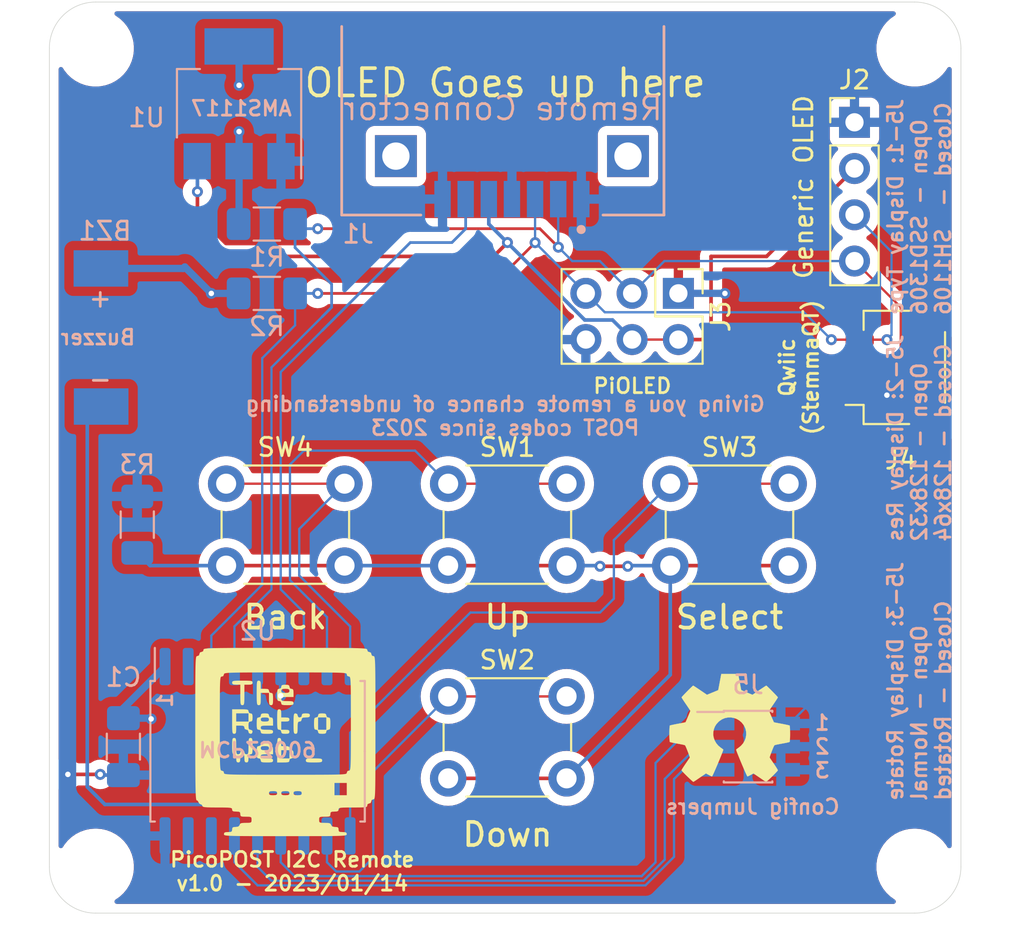
<source format=kicad_pcb>
(kicad_pcb (version 20211014) (generator pcbnew)
  (layers (0 "F.Cu" signal) (31 "B.Cu" signal) (34 "B.Paste" user) (35 "F.Paste" user) (36 "B.SilkS" user "B.Silkscreen") (37 "F.SilkS" user "F.Silkscreen") (38 "B.Mask" user) (39 "F.Mask" user) (44 "Edge.Cuts" user))
  (net 0 "")
  (net 1 "+3V3")
  (net 2 "Net-(BZ1-Pad2)")
  (net 3 "GND")
  (net 4 "/IRQ")
  (net 5 "+5V")
  (net 6 "/SCL")
  (net 7 "/SDA")
  (net 8 "Net-(R3-Pad2)")
  (net 9 "Net-(SW1-Pad1)")
  (net 10 "Net-(SW2-Pad1)")
  (net 11 "Net-(SW3-Pad1)")
  (net 12 "Net-(SW4-Pad1)")
  (net 13 "Net-(J5-Pad1)")
  (net 14 "Net-(J5-Pad3)")
  (net 15 "Net-(J5-Pad5)")
  (footprint "MountingHole:MountingHole_2.2mm_M2" (layer "F.Cu") (at 102.616 38.1)
    (fp_text reference "H3" (at 0 0.127) (layer "F.SilkS"))
    (fp_text value "MountingHole")
    (pad "" np_thru_hole circle (at 0 0) (size 2.2 2.2) (drill 2.2) (layers *.Cu *.Mask))
  )
  (footprint "Button_Switch_THT:SW_PUSH_6mm" (layer "F.Cu") (at 134.159 62.012)
    (fp_text reference "SW3" (at 3.25 -2) (layer "F.SilkS"))
    (fp_text value "Select")
    (pad "1" thru_hole circle (at 6.5 0 90) (size 2 2) (drill 1.1) (layers *.Cu *.Mask) (net 11 "Net-(SW3-Pad1)"))
    (pad "1" thru_hole circle (at 0 0 90) (size 2 2) (drill 1.1) (layers *.Cu *.Mask) (net 11 "Net-(SW3-Pad1)"))
    (pad "2" thru_hole circle (at 6.5 4.5 90) (size 2 2) (drill 1.1) (layers *.Cu *.Mask) (net 8 "Net-(R3-Pad2)"))
    (pad "2" thru_hole circle (at 0 4.5 90) (size 2 2) (drill 1.1) (layers *.Cu *.Mask) (net 8 "Net-(R3-Pad2)"))
  )
  (footprint "Button_Switch_THT:SW_PUSH_6mm" (layer "F.Cu") (at 121.967 73.696)
    (fp_text reference "SW2" (at 3.25 -2) (layer "F.SilkS"))
    (fp_text value "Down")
    (pad "1" thru_hole circle (at 0 0 90) (size 2 2) (drill 1.1) (layers *.Cu *.Mask) (net 10 "Net-(SW2-Pad1)"))
    (pad "1" thru_hole circle (at 6.5 0 90) (size 2 2) (drill 1.1) (layers *.Cu *.Mask) (net 10 "Net-(SW2-Pad1)"))
    (pad "2" thru_hole circle (at 6.5 4.5 90) (size 2 2) (drill 1.1) (layers *.Cu *.Mask) (net 8 "Net-(R3-Pad2)"))
    (pad "2" thru_hole circle (at 0 4.5 90) (size 2 2) (drill 1.1) (layers *.Cu *.Mask) (net 8 "Net-(R3-Pad2)"))
  )
  (footprint "MountingHole:MountingHole_2.2mm_M2" (layer "F.Cu") (at 102.616 83.058)
    (fp_text reference "H1" (at 0 0.127) (layer "F.SilkS"))
    (fp_text value "MountingHole")
    (pad "" np_thru_hole circle (at 0 0) (size 2.2 2.2) (drill 2.2) (layers *.Cu *.Mask))
  )
  (footprint "Connector_JST:JST_SH_SM04B-SRSS-TB_1x04-1MP_P1.00mm_Horizontal" (layer "F.Cu") (at 146.558 55.626 90)
    (fp_text reference "J4" (at -5.08 0.254 180) (layer "F.SilkS"))
    (fp_text value "Qwiic/STEMMA QT")
    (pad "1" smd roundrect (at -1.5 -2 90) (size 0.6 1.55) (layers "F.Cu" "F.Paste" "F.Mask") (net 3 "GND"))
    (pad "2" smd roundrect (at -0.5 -2 90) (size 0.6 1.55) (layers "F.Cu" "F.Paste" "F.Mask") (net 1 "+3V3"))
    (pad "3" smd roundrect (at 0.5 -2 90) (size 0.6 1.55) (layers "F.Cu" "F.Paste" "F.Mask") (net 7 "/SDA"))
    (pad "4" smd roundrect (at 1.5 -2 90) (size 0.6 1.55) (layers "F.Cu" "F.Paste" "F.Mask") (net 6 "/SCL"))
    (pad "MP" smd roundrect (at 2.8 1.875 90) (size 1.2 1.8) (layers "F.Cu" "F.Paste" "F.Mask") (roundrect_rratio 0.208333))
    (pad "MP" smd roundrect (at -2.8 1.875 90) (size 1.2 1.8) (layers "F.Cu" "F.Paste" "F.Mask") (roundrect_rratio 0.208333))
  )
  (footprint "Symbol:OSHW-Symbol_6.7x6mm_SilkScreen" (layer "F.Cu") (at 137.414 75.438)
    (fp_text reference "REF**" hide)
    (fp_text value "OSHW-Symbol_6.7x6mm_SilkScreen" hide)
  )
  (footprint "MountingHole:MountingHole_2.2mm_M2" (layer "F.Cu") (at 147.574 83.058)
    (fp_text reference "H2" (at 0 0) (layer "F.SilkS"))
    (fp_text value "MountingHole")
    (pad "" np_thru_hole circle (at 0 0) (size 2.2 2.2) (drill 2.2) (layers *.Cu *.Mask))
  )
  (footprint "Button_Switch_THT:SW_PUSH_6mm" (layer "F.Cu") (at 109.78 62.012)
    (fp_text reference "SW4" (at 3.25 -2) (layer "F.SilkS"))
    (fp_text value "Back")
    (pad "1" thru_hole circle (at 0 0 90) (size 2 2) (drill 1.1) (layers *.Cu *.Mask) (net 12 "Net-(SW4-Pad1)"))
    (pad "1" thru_hole circle (at 6.5 0 90) (size 2 2) (drill 1.1) (layers *.Cu *.Mask) (net 12 "Net-(SW4-Pad1)"))
    (pad "2" thru_hole circle (at 0 4.5 90) (size 2 2) (drill 1.1) (layers *.Cu *.Mask) (net 8 "Net-(R3-Pad2)"))
    (pad "2" thru_hole circle (at 6.5 4.5 90) (size 2 2) (drill 1.1) (layers *.Cu *.Mask) (net 8 "Net-(R3-Pad2)"))
  )
  (footprint "Button_Switch_THT:SW_PUSH_6mm" (layer "F.Cu") (at 121.967 62.012)
    (fp_text reference "SW1" (at 3.25 -2) (layer "F.SilkS"))
    (fp_text value "Up")
    (pad "1" thru_hole circle (at 0 0 90) (size 2 2) (drill 1.1) (layers *.Cu *.Mask) (net 9 "Net-(SW1-Pad1)"))
    (pad "1" thru_hole circle (at 6.5 0 90) (size 2 2) (drill 1.1) (layers *.Cu *.Mask) (net 9 "Net-(SW1-Pad1)"))
    (pad "2" thru_hole circle (at 6.5 4.5 90) (size 2 2) (drill 1.1) (layers *.Cu *.Mask) (net 8 "Net-(R3-Pad2)"))
    (pad "2" thru_hole circle (at 0 4.5 90) (size 2 2) (drill 1.1) (layers *.Cu *.Mask) (net 8 "Net-(R3-Pad2)"))
  )
  (footprint "Connector_PinHeader_2.54mm:PinHeader_2x03_P2.54mm_Vertical" (layer "F.Cu") (at 134.605 51.557 -90)
    (fp_text reference "J3" (at 1.27 -2.33 -90) (layer "F.SilkS"))
    (fp_text value "PiOLED Connector")
    (pad "1" thru_hole rect (at 0 0 270) (size 1.7 1.7) (drill 1) (layers *.Cu *.Mask) (net 1 "+3V3"))
    (pad "2" thru_hole oval (at 2.54 0 270) (size 1.7 1.7) (drill 1) (layers *.Cu *.Mask) (net 5 "+5V"))
    (pad "3" thru_hole oval (at 0 2.54 270) (size 1.7 1.7) (drill 1) (layers *.Cu *.Mask) (net 7 "/SDA"))
    (pad "4" thru_hole oval (at 2.54 2.54 270) (size 1.7 1.7) (drill 1) (layers *.Cu *.Mask) (net 5 "+5V"))
    (pad "5" thru_hole oval (at 0 5.08 270) (size 1.7 1.7) (drill 1) (layers *.Cu *.Mask) (net 6 "/SCL"))
    (pad "6" thru_hole oval (at 2.54 5.08 270) (size 1.7 1.7) (drill 1) (layers *.Cu *.Mask) (net 3 "GND"))
  )
  (footprint "MountingHole:MountingHole_2.2mm_M2" (layer "F.Cu") (at 147.574 38.1)
    (fp_text reference "H4" (at 0 0) (layer "F.SilkS"))
    (fp_text value "MountingHole")
    (pad "" np_thru_hole circle (at 0 0) (size 2.2 2.2) (drill 2.2) (layers *.Cu *.Mask))
  )
  (footprint "Connector_PinHeader_2.54mm:PinHeader_1x04_P2.54mm_Vertical" (layer "F.Cu") (at 144.272 42.164)
    (fp_text reference "J2" (at 0 -2.33) (layer "F.SilkS"))
    (fp_text value "Generic Connector")
    (pad "1" thru_hole rect (at 0 0) (size 1.7 1.7) (drill 1) (layers *.Cu *.Mask) (net 3 "GND"))
    (pad "2" thru_hole oval (at 0 2.54) (size 1.7 1.7) (drill 1) (layers *.Cu *.Mask) (net 5 "+5V"))
    (pad "3" thru_hole oval (at 0 5.08) (size 1.7 1.7) (drill 1) (layers *.Cu *.Mask) (net 6 "/SCL"))
    (pad "4" thru_hole oval (at 0 7.62) (size 1.7 1.7) (drill 1) (layers *.Cu *.Mask) (net 7 "/SDA"))
  )
  (footprint "modified ICs:TRW_logo" (layer "F.Cu") (at 113.03 76.2)
    (fp_text reference "G***" (at -3.683 0.762 90) (layer "F.SilkS") (effects (font (size 1.524 1.524) (thickness 0.3))))
    (fp_text value "LOGO" hide)
  )
  (footprint "Package_TO_SOT_SMD:SOT-223-3_TabPin2" (layer "B.Cu") (at 110.49 41.148 90)
    (fp_text reference "U1" (at -0.762 -5.08 180) (layer "B.SilkS") (effects (justify mirror)))
    (fp_text value "AMS1117-3.3")
    (pad "1" smd rect (at -3.15 2.3 90) (size 2 1.5) (layers "B.Cu" "B.Paste" "B.Mask") (net 3 "GND"))
    (pad "2" smd rect (at -3.15 0 90) (size 2 1.5) (layers "B.Cu" "B.Paste" "B.Mask") (net 1 "+3V3"))
    (pad "2" smd rect (at 3.15 0 90) (size 2 3.8) (layers "B.Cu" "B.Paste" "B.Mask") (net 1 "+3V3"))
    (pad "3" smd rect (at -3.15 -2.3 90) (size 2 1.5) (layers "B.Cu" "B.Paste" "B.Mask") (net 5 "+5V"))
  )
  (footprint "Resistor_SMD:R_1206_3216Metric_Pad1.30x1.75mm_HandSolder" (layer "B.Cu") (at 104.902 64.262 -90)
    (fp_text reference "R3" (at -3.302 0 180) (layer "B.SilkS") (effects (justify mirror)))
    (fp_text value "1000")
    (pad "1" smd roundrect (at -1.55 0 270) (size 1.3 1.75) (layers "B.Cu" "B.Paste" "B.Mask") (roundrect_rratio 0.192308) (net 3 "GND"))
    (pad "2" smd roundrect (at 1.55 0 270) (size 1.3 1.75) (layers "B.Cu" "B.Paste" "B.Mask") (roundrect_rratio 0.192308) (net 8 "Net-(R3-Pad2)"))
  )
  (footprint "Connector_PinSocket_1.27mm:PinSocket_2x03_P1.27mm_Vertical_SMD" (layer "B.Cu") (at 138.43 76.454 180)
    (fp_text reference "J5" (at 0 3.405) (layer "B.SilkS") (effects (justify mirror)))
    (fp_text value "Config Jumpers")
    (pad "1" smd rect (at 1.8 1.27 180) (size 2.1 0.75) (layers "B.Cu" "B.Paste" "B.Mask") (net 13 "Net-(J5-Pad1)"))
    (pad "2" smd rect (at -1.8 1.27 180) (size 2.1 0.75) (layers "B.Cu" "B.Paste" "B.Mask") (net 3 "GND"))
    (pad "3" smd rect (at 1.8 0 180) (size 2.1 0.75) (layers "B.Cu" "B.Paste" "B.Mask") (net 14 "Net-(J5-Pad3)"))
    (pad "4" smd rect (at -1.8 0 180) (size 2.1 0.75) (layers "B.Cu" "B.Paste" "B.Mask") (net 3 "GND"))
    (pad "5" smd rect (at 1.8 -1.27 180) (size 2.1 0.75) (layers "B.Cu" "B.Paste" "B.Mask") (net 15 "Net-(J5-Pad5)"))
    (pad "6" smd rect (at -1.8 -1.27 180) (size 2.1 0.75) (layers "B.Cu" "B.Paste" "B.Mask") (net 3 "GND"))
  )
  (footprint "Capacitor_SMD:C_1206_3216Metric_Pad1.33x1.80mm_HandSolder" (layer "B.Cu") (at 104.14 76.454 -90)
    (fp_text reference "C1" (at -3.81 0 180) (layer "B.SilkS") (effects (justify mirror)))
    (fp_text value "100n")
    (pad "1" smd roundrect (at -1.5625 0 270) (size 1.325 1.8) (layers "B.Cu" "B.Paste" "B.Mask") (roundrect_rratio 0.188679) (net 1 "+3V3"))
    (pad "2" smd roundrect (at 1.5625 0 270) (size 1.325 1.8) (layers "B.Cu" "B.Paste" "B.Mask") (roundrect_rratio 0.188679) (net 3 "GND"))
  )
  (footprint "modified ICs:7.6mm side mount buzzer" (layer "B.Cu") (at 98.9439 55.52455 180)
    (fp_text reference "BZ1" (at -4.1801 7.39155) (layer "B.SilkS") (effects (justify mirror)))
    (fp_text value "Buzzer")
    (fp_text user "+" (at -3.9261 3.70855 unlocked) (layer "B.SilkS") (effects (justify mirror)))
    (fp_text user "-" (at -3.9261 -0.73645 unlocked) (layer "B.SilkS") (effects (justify mirror)))
    (pad "1" smd rect (at -3.9624 5.334 180) (size 3 2) (layers "B.Cu" "B.Paste" "B.Mask") (net 1 "+3V3"))
    (pad "2" smd rect (at -3.975 -2.25 180) (size 3 2) (layers "B.Cu" "B.Paste" "B.Mask") (net 2 "Net-(BZ1-Pad2)"))
  )
  (footprint "Resistor_SMD:R_1206_3216Metric_Pad1.30x1.75mm_HandSolder" (layer "B.Cu") (at 112.014 51.562)
    (fp_text reference "R2" (at 0 1.82) (layer "B.SilkS") (effects (justify mirror)))
    (fp_text value "1000")
    (pad "1" smd roundrect (at -1.55 0) (size 1.3 1.75) (layers "B.Cu" "B.Paste" "B.Mask") (roundrect_rratio 0.192308) (net 1 "+3V3"))
    (pad "2" smd roundrect (at 1.55 0) (size 1.3 1.75) (layers "B.Cu" "B.Paste" "B.Mask") (roundrect_rratio 0.192308) (net 6 "/SCL"))
  )
  (footprint "Resistor_SMD:R_1206_3216Metric_Pad1.30x1.75mm_HandSolder" (layer "B.Cu") (at 112.014 47.752)
    (fp_text reference "R1" (at 0 1.82) (layer "B.SilkS") (effects (justify mirror)))
    (fp_text value "1000")
    (pad "1" smd roundrect (at -1.55 0) (size 1.3 1.75) (layers "B.Cu" "B.Paste" "B.Mask") (roundrect_rratio 0.192308) (net 1 "+3V3"))
    (pad "2" smd roundrect (at 1.55 0) (size 1.3 1.75) (layers "B.Cu" "B.Paste" "B.Mask") (roundrect_rratio 0.192308) (net 7 "/SDA"))
  )
  (footprint "eec:Molex-47080-4001-0-0-0" (layer "B.Cu") (at 124.968 41.402)
    (fp_text reference "J1" (at -8.9 6.9) (layer "B.SilkS") (effects (justify right mirror)))
    (fp_text value "Remote Connector" (at 0 0) (layer "B.SilkS") (effects (font (size 1.27 1.27)) (justify mirror)))
    (pad "1" smd rect (at 4.31 4.98) (size 0.9 2) (layers "B.Cu" "B.Paste" "B.Mask") (net 3 "GND"))
    (pad "2" smd rect (at 3.04 4.98) (size 0.9 2) (layers "B.Cu" "B.Paste" "B.Mask") (net 7 "/SDA"))
    (pad "3" smd rect (at 1.77 4.98) (size 0.9 2) (layers "B.Cu" "B.Paste" "B.Mask") (net 6 "/SCL"))
    (pad "4" smd rect (at 0.5 4.98) (size 0.9 2) (layers "B.Cu" "B.Paste" "B.Mask") (net 3 "GND"))
    (pad "5" smd rect (at -0.77 4.98) (size 0.9 2) (layers "B.Cu" "B.Paste" "B.Mask") (net 5 "+5V"))
    (pad "6" smd rect (at -2.04 4.98) (size 0.9 2) (layers "B.Cu" "B.Paste" "B.Mask") (net 4 "/IRQ"))
    (pad "7" smd rect (at -3.31 4.98) (size 0.9 2) (layers "B.Cu" "B.Paste" "B.Mask") (net 3 "GND"))
    (pad "8" thru_hole rect (at -5.87 2.62) (size 2.3 2.3) (drill 1.5) (layers *.Cu *.Mask))
    (pad "9" thru_hole rect (at 6.87 2.62) (size 2.3 2.3) (drill 1.5) (layers *.Cu *.Mask))
  )
  (footprint "Package_SO:SOIC-18W_7.5x11.6mm_P1.27mm" (layer "B.Cu") (at 111.506 76.708 -90)
    (fp_text reference "U2" (at -6.604 0 180) (layer "B.SilkS") (effects (justify mirror)))
    (fp_text value "MCP23009-SO")
    (pad "1" smd roundrect (at -4.65 5.08 270) (size 2.05 0.6) (layers "B.Cu" "B.Paste" "B.Mask") (net 1 "+3V3"))
    (pad "2" smd roundrect (at -4.65 3.81 270) (size 2.05 0.6) (layers "B.Cu" "B.Paste" "B.Mask"))
    (pad "3" smd roundrect (at -4.65 2.54 270) (size 2.05 0.6) (layers "B.Cu" "B.Paste" "B.Mask") (net 6 "/SCL"))
    (pad "4" smd roundrect (at -4.65 1.27 270) (size 2.05 0.6) (layers "B.Cu" "B.Paste" "B.Mask") (net 7 "/SDA"))
    (pad "5" smd roundrect (at -4.65 0 270) (size 2.05 0.6) (layers "B.Cu" "B.Paste" "B.Mask") (net 3 "GND"))
    (pad "6" smd roundrect (at -4.65 -1.27 270) (size 2.05 0.6) (layers "B.Cu" "B.Paste" "B.Mask") (net 1 "+3V3"))
    (pad "7" smd roundrect (at -4.65 -2.54 270) (size 2.05 0.6) (layers "B.Cu" "B.Paste" "B.Mask") (net 4 "/IRQ"))
    (pad "8" smd roundrect (at -4.65 -3.81 270) (size 2.05 0.6) (layers "B.Cu" "B.Paste" "B.Mask") (net 9 "Net-(SW1-Pad1)"))
    (pad "9" smd roundrect (at -4.65 -5.08 270) (size 2.05 0.6) (layers "B.Cu" "B.Paste" "B.Mask") (net 12 "Net-(SW4-Pad1)"))
    (pad "10" smd roundrect (at 4.65 -5.08 270) (size 2.05 0.6) (layers "B.Cu" "B.Paste" "B.Mask") (net 11 "Net-(SW3-Pad1)"))
    (pad "11" smd roundrect (at 4.65 -3.81 270) (size 2.05 0.6) (layers "B.Cu" "B.Paste" "B.Mask") (net 10 "Net-(SW2-Pad1)"))
    (pad "12" smd roundrect (at 4.65 -2.54 270) (size 2.05 0.6) (layers "B.Cu" "B.Paste" "B.Mask") (net 2 "Net-(BZ1-Pad2)"))
    (pad "13" smd roundrect (at 4.65 -1.27 270) (size 2.05 0.6) (layers "B.Cu" "B.Paste" "B.Mask") (net 13 "Net-(J5-Pad1)"))
    (pad "14" smd roundrect (at 4.65 0 270) (size 2.05 0.6) (layers "B.Cu" "B.Paste" "B.Mask") (net 14 "Net-(J5-Pad3)"))
    (pad "15" smd roundrect (at 4.65 1.27 270) (size 2.05 0.6) (layers "B.Cu" "B.Paste" "B.Mask") (net 15 "Net-(J5-Pad5)"))
    (pad "16" smd roundrect (at 4.65 2.54 270) (size 2.05 0.6) (layers "B.Cu" "B.Paste" "B.Mask"))
    (pad "17" smd roundrect (at 4.65 3.81 270) (size 2.05 0.6) (layers "B.Cu" "B.Paste" "B.Mask"))
    (pad "18" smd roundrect (at 4.65 5.08 270) (size 2.05 0.6) (layers "B.Cu" "B.Paste" "B.Mask") (net 3 "GND"))
  )
  (gr_line (start 150.114 38.1) (end 150.114 83.058) (layer "Edge.Cuts") (width 0.0381))
  (gr_line (start 100.076 83.058) (end 100.076 75.946) (layer "Edge.Cuts") (width 0.0381))
  (gr_line (start 100.076 75.946) (end 100.076 38.1) (layer "Edge.Cuts") (width 0.0381))
  (gr_arc (start 102.616 85.598) (mid 100.819949 84.854051) (end 100.076 83.058) (layer "Edge.Cuts") (width 0.0381))
  (gr_line (start 147.574 85.598) (end 102.616 85.598) (layer "Edge.Cuts") (width 0.0381))
  (gr_arc (start 100.076 38.1) (mid 100.819949 36.303949) (end 102.616 35.56) (layer "Edge.Cuts") (width 0.0381))
  (gr_line (start 102.616 35.56) (end 147.574 35.56) (layer "Edge.Cuts") (width 0.0381))
  (gr_arc (start 150.114 83.058) (mid 149.370051 84.854051) (end 147.574 85.598) (layer "Edge.Cuts") (width 0.0381))
  (gr_arc (start 147.574 35.56) (mid 149.370051 36.303949) (end 150.114 38.1) (layer "Edge.Cuts") (width 0.0381))
  (gr_text "J5-1: Display Type\nOpen - SSD1306\nClosed -  SH1106" (at 147.828 52.832 90) (layer "B.SilkS") (effects (font (size 0.8128 0.8128) (thickness 0.1524)) (justify right mirror)))
  (gr_text "AMS1117" (at 110.617 41.402) (layer "B.SilkS") (effects (font (size 0.8128 0.8128) (thickness 0.1524)) (justify mirror)))
  (gr_text "J5-3: Display Rotate\nOpen - Normal\nClosed - Rotated" (at 147.828 79.502 90) (layer "B.SilkS") (effects (font (size 0.8128 0.8128) (thickness 0.1524)) (justify right mirror)))
  (gr_text "J5-2: Display Res\nOpen - 128x32\nClosed - 128x64\n" (at 147.828 65.278 90) (layer "B.SilkS") (effects (font (size 0.8128 0.8128) (thickness 0.1524)) (justify right mirror)))
  (gr_text "Config Jumpers" (at 138.684 79.756) (layer "B.SilkS") (effects (font (size 0.8128 0.8128) (thickness 0.1524)) (justify mirror)))
  (gr_text "1\n2\n3" (at 142.494 76.454) (layer "B.SilkS") (effects (font (size 0.8128 0.8128) (thickness 0.1524)) (justify mirror)))
  (gr_text "Buzzer" (at 102.743 53.975) (layer "B.SilkS") (effects (font (size 0.8128 0.8128) (thickness 0.1524)) (justify mirror)))
  (gr_text "Giving you a remote chance of understanding\nPOST codes since 2023" (at 125.095 58.293) (layer "B.SilkS") (effects (font (size 0.8128 0.8128) (thickness 0.1524)) (justify mirror)))
  (gr_text "MCP23009" (at 111.506 76.581 180) (layer "B.SilkS") (effects (font (size 0.8128 0.8128) (thickness 0.1524)) (justify mirror)))
  (gr_text "1" (at 106.426 73.914 90) (layer "B.SilkS") (effects (font (size 0.8128 0.8128) (thickness 0.1524)) (justify mirror)))
  (gr_text "PiOLED" (at 132.08 56.642) (layer "F.SilkS") (effects (font (size 0.8128 0.8128) (thickness 0.1524))))
  (gr_text "OLED Goes up here" (at 125.095 40.005) (layer "F.SilkS") (effects (font (size 1.5 1.5) (thickness 0.2))))
  (gr_text "Generic OLED" (at 141.478 45.72 90) (layer "F.SilkS") (effects (font (size 1 1))))
  (gr_text "Back" (at 113.03 69.342) (layer "F.SilkS") (effects (font (size 1.27 1.27) (thickness 0.2))))
  (gr_text "PicoPOST I2C Remote\nv1.0 - 2023/01/14" (at 113.411 83.312) (layer "F.SilkS") (effects (font (size 0.8128 0.8128) (thickness 0.1524))))
  (gr_text "Up" (at 125.222 69.342) (layer "F.SilkS") (effects (font (size 1.27 1.27) (thickness 0.2))))
  (gr_text "Qwiic\n(StemmaQT)" (at 141.224 55.626 90) (layer "F.SilkS") (effects (font (size 0.8128 0.8128) (thickness 0.1524))))
  (gr_text "Select" (at 137.414 69.342) (layer "F.SilkS") (effects (font (size 1.27 1.27) (thickness 0.2))))
  (gr_text "Down" (at 125.222 81.28) (layer "F.SilkS") (effects (font (size 1.27 1.27) (thickness 0.2))))
  (segment (start 144.558 56.126) (end 144.55 56.134) (width 0.127) (layer "F.Cu") (net 1))
  (via (at 137.16 51.562) (size 0.6) (drill 0.3) (layers "F.Cu" "B.Cu") (net 1))
  (via (at 110.49 40.132) (size 0.6) (drill 0.3) (layers "F.Cu" "B.Cu") (net 1))
  (via (at 108.966 51.562) (size 0.6) (drill 0.3) (layers "F.Cu" "B.Cu") (net 1))
  (via (at 105.664 74.93) (size 0.6) (drill 0.3) (layers "F.Cu" "B.Cu") (net 1))
  (via (at 112.776 73.66) (size 0.6) (drill 0.3) (layers "F.Cu" "B.Cu") (net 1))
  (via (at 110.49 42.672) (size 0.6) (drill 0.3) (layers "F.Cu" "B.Cu") (net 1))
  (segment (start 104.14 74.8915) (end 104.14 74.344) (width 0.4) (layer "B.Cu") (net 1))
  (segment (start 105.664 74.93) (end 105.6255 74.8915) (width 0.4) (layer "B.Cu") (net 1))
  (segment (start 107.42865 50.19055) (end 102.1443 50.19055) (width 0.4) (layer "B.Cu") (net 1))
  (segment (start 110.49 44.298) (end 110.49 42.672) (width 0.4) (layer "B.Cu") (net 1))
  (segment (start 108.966 51.562) (end 107.5116 50.1076) (width 0.4) (layer "B.Cu") (net 1))
  (segment (start 107.5116 50.1076) (end 107.42865 50.19055) (width 0.4) (layer "B.Cu") (net 1))
  (segment (start 110.49 37.998) (end 110.49 40.132) (width 0.4) (layer "B.Cu") (net 1))
  (segment (start 134.605 51.557) (end 137.155 51.557) (width 0.4) (layer "B.Cu") (net 1))
  (segment (start 110.49 44.298) (end 110.49 47.726) (width 0.4) (layer "B.Cu") (net 1))
  (segment (start 104.14 74.8915) (end 105.6255 74.8915) (width 0.4) (layer "B.Cu") (net 1))
  (segment (start 137.16 51.562) (end 137.155 51.557) (width 0.4) (layer "B.Cu") (net 1))
  (segment (start 104.14 74.344) (end 106.426 72.058) (width 0.4) (layer "B.Cu") (net 1))
  (segment (start 112.776 72.058) (end 112.776 73.66) (width 0.2) (layer "B.Cu") (net 1))
  (segment (start 110.49 47.726) (end 110.464 47.752) (width 0.4) (layer "B.Cu") (net 1))
  (segment (start 110.464 51.562) (end 108.966 51.562) (width 0.4) (layer "B.Cu") (net 1))
  (segment (start 102.1569 78.6619) (end 102.1569 57.77455) (width 0.2) (layer "B.Cu") (net 2))
  (segment (start 114.046 80.391) (end 114.046 81.358) (width 0.2) (layer "B.Cu") (net 2))
  (segment (start 103.124 79.629) (end 102.1569 78.6619) (width 0.2) (layer "B.Cu") (net 2))
  (segment (start 103.124 79.629) (end 113.284 79.629) (width 0.2) (layer "B.Cu") (net 2))
  (segment (start 113.284 79.629) (end 114.046 80.391) (width 0.2) (layer "B.Cu") (net 2))
  (segment (start 144.558 57.126) (end 146.026 57.126) (width 0.4) (layer "F.Cu") (net 3))
  (segment (start 102.87 77.978) (end 101.092 77.978) (width 0.2) (layer "F.Cu") (net 3))
  (segment (start 146.05 57.15) (end 146.026 57.126) (width 0.4) (layer "F.Cu") (net 3))
  (via (at 101.092 77.978) (size 0.6) (drill 0.3) (layers "F.Cu" "B.Cu") (net 3))
  (via (at 102.87 77.978) (size 0.6) (drill 0.3) (layers "F.Cu" "B.Cu") (net 3))
  (via (at 146.05 57.15) (size 0.6) (drill 0.3) (layers "F.Cu" "B.Cu") (net 3))
  (segment (start 140.23 75.184) (end 140.23 76.454) (width 0.15) (layer "B.Cu") (net 3))
  (segment (start 143.002 72.898) (end 140.716 75.184) (width 0.127) (layer "B.Cu") (net 3))
  (segment (start 143.002 60.198) (end 143.002 72.898) (width 0.15) (layer "B.Cu") (net 3))
  (segment (start 102.9085 78.0165) (end 102.87 77.978) (width 0.2) (layer "B.Cu") (net 3))
  (segment (start 146.05 57.15) (end 143.002 60.198) (width 0.15) (layer "B.Cu") (net 3))
  (segment (start 104.14 78.0165) (end 102.9085 78.0165) (width 0.2) (layer "B.Cu") (net 3))
  (segment (start 140.23 77.724) (end 140.23 76.454) (width 0.15) (layer "B.Cu") (net 3))
  (segment (start 112.776 55.88) (end 115.062 53.594) (width 0.127) (layer "B.Cu") (net 4))
  (segment (start 119.888 48.768) (end 122.174 48.768) (width 0.15) (layer "B.Cu") (net 4))
  (segment (start 122.174 48.768) (end 122.928 48.014) (width 0.15) (layer "B.Cu") (net 4))
  (segment (start 112.776 67.818) (end 114.046 69.088) (width 0.127) (layer "B.Cu") (net 4))
  (segment (start 112.776 55.88) (end 112.776 67.818) (width 0.127) (layer "B.Cu") (net 4))
  (segment (start 115.062 53.594) (end 119.888 48.768) (width 0.15) (layer "B.Cu") (net 4))
  (segment (start 122.928 48.014) (end 122.928 46.382) (width 0.15) (layer "B.Cu") (net 4))
  (segment (start 114.046 69.088) (end 114.046 72.058) (width 0.127) (layer "B.Cu") (net 4))
  (segment (start 136.398 49.53) (end 136.398 53.594) (width 0.2) (layer "F.Cu") (net 5))
  (segment (start 108.204 48.26) (end 108.204 45.974) (width 0.2) (layer "F.Cu") (net 5))
  (segment (start 139.446 49.53) (end 144.272 44.704) (width 0.2) (layer "F.Cu") (net 5))
  (segment (start 132.065 54.097) (end 134.605 54.097) (width 0.127) (layer "F.Cu") (net 5))
  (segment (start 109.474 49.53) (end 108.204 48.26) (width 0.2) (layer "F.Cu") (net 5))
  (segment (start 109.474 49.53) (end 124.46 49.53) (width 0.2) (layer "F.Cu") (net 5))
  (segment (start 135.895 54.097) (end 134.605 54.097) (width 0.2) (layer "F.Cu") (net 5))
  (segment (start 136.398 53.594) (end 135.895 54.097) (width 0.2) (layer "F.Cu") (net 5))
  (segment (start 136.398 49.53) (end 139.446 49.53) (width 0.2) (layer "F.Cu") (net 5))
  (segment (start 124.46 49.53) (end 125.222 48.768) (width 0.2) (layer "F.Cu") (net 5))
  (via (at 108.204 45.974) (size 0.6) (drill 0.3) (layers "F.Cu" "B.Cu") (net 5))
  (via (at 125.222 48.768) (size 0.6) (drill 0.3) (layers "F.Cu" "B.Cu") (net 5))
  (segment (start 124.198 47.752418) (end 129.466071 53.020489) (width 0.2) (layer "B.Cu") (net 5))
  (segment (start 124.198 46.382) (end 124.198 47.752418) (width 0.2) (layer "B.Cu") (net 5))
  (segment (start 129.466071 53.020489) (end 130.988489 53.020489) (width 0.2) (layer "B.Cu") (net 5))
  (segment (start 108.204 44.312) (end 108.19 44.298) (width 0.2) (layer "B.Cu") (net 5))
  (segment (start 130.988489 53.020489) (end 132.065 54.097) (width 0.2) (layer "B.Cu") (net 5))
  (segment (start 108.204 45.974) (end 108.204 44.312) (width 0.2) (layer "B.Cu") (net 5))
  (segment (start 144.582 54.102) (end 144.558 54.126) (width 0.127) (layer "F.Cu") (net 6))
  (segment (start 126.741 48.773) (end 123.952 51.562) (width 0.15) (layer "F.Cu") (net 6))
  (segment (start 146.05 54.102) (end 144.582 54.102) (width 0.127) (layer "F.Cu") (net 6))
  (segment (start 123.952 51.562) (end 114.808 51.562) (width 0.15) (layer "F.Cu") (net 6))
  (segment (start 144.534 54.102) (end 144.558 54.126) (width 0.127) (layer "F.Cu") (net 6))
  (segment (start 143.002 54.102) (end 144.534 54.102) (width 0.127) (layer "F.Cu") (net 6))
  (via (at 114.808 51.562) (size 0.6) (drill 0.3) (layers "F.Cu" "B.Cu") (net 6))
  (via (at 126.741 48.773) (size 0.6) (drill 0.3) (layers "F.Cu" "B.Cu") (net 6))
  (via (at 143.002 54.102) (size 0.6) (drill 0.3) (layers "F.Cu" "B.Cu") (net 6))
  (via (at 146.05 54.102) (size 0.6) (drill 0.3) (layers "F.Cu" "B.Cu") (net 6))
  (segment (start 126.738 46.382) (end 126.738 48.77) (width 0.127) (layer "B.Cu") (net 6))
  (segment (start 146.304 49.276) (end 146.304 53.848) (width 0.127) (layer "B.Cu") (net 6))
  (segment (start 113.564 51.562) (end 113.564 53.314) (width 0.127) (layer "B.Cu") (net 6))
  (segment (start 114.808 51.562) (end 113.564 51.562) (width 0.15) (layer "B.Cu") (net 6))
  (segment (start 108.966 70.358) (end 108.966 72.058) (width 0.127) (layer "B.Cu") (net 6))
  (segment (start 141.497011 52.597011) (end 143.002 54.102) (width 0.127) (layer "B.Cu") (net 6))
  (segment (start 129.525 51.557) (end 130.565011 52.597011) (width 0.127) (layer "B.Cu") (net 6))
  (segment (start 130.565011 52.597011) (end 141.497011 52.597011) (width 0.127) (layer "B.Cu") (net 6))
  (segment (start 111.76 55.118) (end 111.76 67.564) (width 0.127) (layer "B.Cu") (net 6))
  (segment (start 113.564 53.314) (end 111.76 55.118) (width 0.127) (layer "B.Cu") (net 6))
  (segment (start 126.741 48.773) (end 129.525 51.557) (width 0.127) (layer "B.Cu") (net 6))
  (segment (start 144.272 47.244) (end 146.304 49.276) (width 0.127) (layer "B.Cu") (net 6))
  (segment (start 146.304 53.848) (end 146.05 54.102) (width 0.127) (layer "B.Cu") (net 6))
  (segment (start 126.738 48.77) (end 126.741 48.773) (width 0.127) (layer "B.Cu") (net 6))
  (segment (start 111.76 67.564) (end 108.966 70.358) (width 0.127) (layer "B.Cu") (net 6))
  (segment (start 144.558 55.126) (end 146.55 55.126) (width 0.127) (layer "F.Cu") (net 7))
  (segment (start 146.55 55.126) (end 146.812 54.864) (width 0.127) (layer "F.Cu") (net 7))
  (segment (start 127 48.006) (end 114.808 48.006) (width 0.15) (layer "F.Cu") (net 7))
  (segment (start 146.812 54.864) (end 146.812 52.324) (width 0.127) (layer "F.Cu") (net 7))
  (segment (start 128.016 49.022) (end 127 48.006) (width 0.15) (layer "F.Cu") (net 7))
  (segment (start 146.812 52.324) (end 144.272 49.784) (width 0.127) (layer "F.Cu") (net 7))
  (via (at 128.016 49.022) (size 0.6) (drill 0.3) (layers "F.Cu" "B.Cu") (net 7))
  (via (at 114.808 48.006) (size 0.6) (drill 0.3) (layers "F.Cu" "B.Cu") (net 7))
  (segment (start 128.778 49.784) (end 130.292 49.784) (width 0.127) (layer "B.Cu") (net 7))
  (segment (start 128.016 49.022) (end 128.778 49.784) (width 0.127) (layer "B.Cu") (net 7))
  (segment (start 128.008 49.014) (end 128.016 49.022) (width 0.127) (layer "B.Cu") (net 7))
  (segment (start 115.57 52.324) (end 115.062 52.832) (width 0.15) (layer "B.Cu") (net 7))
  (segment (start 112.268 67.818) (end 110.236 69.85) (width 0.127) (layer "B.Cu") (net 7))
  (segment (start 114.808 48.006) (end 113.818 48.006) (width 0.15) (layer "B.Cu") (net 7))
  (segment (start 113.564 49.048) (end 115.57 51.054) (width 0.15) (layer "B.Cu") (net 7))
  (segment (start 110.236 69.85) (end 110.236 72.058) (width 0.127) (layer "B.Cu") (net 7))
  (segment (start 115.57 51.054) (end 115.57 52.324) (width 0.15) (layer "B.Cu") (net 7))
  (segment (start 130.292 49.784) (end 132.065 51.557) (width 0.127) (layer "B.Cu") (net 7))
  (segment (start 128.008 46.382) (end 128.008 49.014) (width 0.127) (layer "B.Cu") (net 7))
  (segment (start 113.564 47.752) (end 113.564 49.048) (width 0.15) (layer "B.Cu") (net 7))
  (segment (start 112.268 55.626) (end 112.268 67.818) (width 0.127) (layer "B.Cu") (net 7))
  (segment (start 113.818 48.006) (end 113.564 47.752) (width 0.15) (layer "B.Cu") (net 7))
  (segment (start 115.062 52.832) (end 112.268 55.626) (width 0.127) (layer "B.Cu") (net 7))
  (segment (start 133.838 49.784) (end 144.272 49.784) (width 0.127) (layer "B.Cu") (net 7))
  (segment (start 132.065 51.557) (end 133.838 49.784) (width 0.127) (layer "B.Cu") (net 7))
  (segment (start 131.826 66.548) (end 130.302 66.548) (width 0.2) (layer "F.Cu") (net 8))
  (segment (start 134.159 66.512) (end 140.659 66.512) (width 0.2) (layer "F.Cu") (net 8))
  (segment (start 109.78 66.512) (end 116.28 66.512) (width 0.2) (layer "F.Cu") (net 8))
  (segment (start 128.467 78.196) (end 121.967 78.196) (width 0.2) (layer "F.Cu") (net 8))
  (segment (start 121.967 66.512) (end 128.467 66.512) (width 0.2) (layer "F.Cu") (net 8))
  (via (at 130.302 66.548) (size 0.6) (drill 0.3) (layers "F.Cu" "B.Cu") (net 8))
  (via (at 131.826 66.548) (size 0.6) (drill 0.3) (layers "F.Cu" "B.Cu") (net 8))
  (segment (start 134.159 66.512) (end 131.862 66.512) (width 0.2) (layer "B.Cu") (net 8))
  (segment (start 131.826 66.548) (end 131.862 66.512) (width 0.2) (layer "B.Cu") (net 8))
  (segment (start 134.159 72.504) (end 128.467 78.196) (width 0.2) (layer "B.Cu") (net 8))
  (segment (start 130.302 66.548) (end 130.266 66.512) (width 0.2) (layer "B.Cu") (net 8))
  (segment (start 128.467 66.512) (end 130.266 66.512) (width 0.2) (layer "B.Cu") (net 8))
  (segment (start 109.78 66.512) (end 105.602 66.512) (width 0.2) (layer "B.Cu") (net 8))
  (segment (start 105.602 66.512) (end 104.902 65.812) (width 0.2) (layer "B.Cu") (net 8))
  (segment (start 121.967 66.512) (end 116.28 66.512) (width 0.2) (layer "B.Cu") (net 8))
  (segment (start 134.159 66.512) (end 134.159 72.504) (width 0.2) (layer "B.Cu") (net 8))
  (segment (start 121.967 62.012) (end 128.467 62.012) (width 0.127) (layer "F.Cu") (net 9))
  (segment (start 120.153 60.198) (end 121.967 62.012) (width 0.127) (layer "B.Cu") (net 9))
  (segment (start 115.316 72.058) (end 115.316 69.342) (width 0.127) (layer "B.Cu") (net 9))
  (segment (start 113.284 67.31) (end 113.284 60.96) (width 0.127) (layer "B.Cu") (net 9))
  (segment (start 113.284 60.96) (end 114.046 60.198) (width 0.127) (layer "B.Cu") (net 9))
  (segment (start 115.316 69.342) (end 113.284 67.31) (width 0.127) (layer "B.Cu") (net 9))
  (segment (start 114.046 60.198) (end 120.153 60.198) (width 0.127) (layer "B.Cu") (net 9))
  (segment (start 121.967 73.696) (end 128.467 73.696) (width 0.127) (layer "F.Cu") (net 10))
  (segment (start 117.094 83.312) (end 117.856 82.55) (width 0.127) (layer "B.Cu") (net 10))
  (segment (start 117.856 77.807) (end 121.967 73.696) (width 0.127) (layer "B.Cu") (net 10))
  (segment (start 115.316 82.804) (end 115.824 83.312) (width 0.127) (layer "B.Cu") (net 10))
  (segment (start 115.316 81.358) (end 115.316 82.804) (width 0.127) (layer "B.Cu") (net 10))
  (segment (start 117.856 82.55) (end 117.856 77.807) (width 0.127) (layer "B.Cu") (net 10))
  (segment (start 115.824 83.312) (end 117.094 83.312) (width 0.127) (layer "B.Cu") (net 10))
  (segment (start 134.159 62.012) (end 140.659 62.012) (width 0.127) (layer "F.Cu") (net 11))
  (segment (start 116.586 81.358) (end 116.586 75.692) (width 0.127) (layer "B.Cu") (net 11))
  (segment (start 131.064 65.107) (end 134.159 62.012) (width 0.127) (layer "B.Cu") (net 11))
  (segment (start 123.19 69.088) (end 130.302 69.088) (width 0.127) (layer "B.Cu") (net 11))
  (segment (start 116.586 75.692) (end 123.19 69.088) (width 0.127) (layer "B.Cu") (net 11))
  (segment (start 131.064 68.326) (end 131.064 65.107) (width 0.127) (layer "B.Cu") (net 11))
  (segment (start 130.302 69.088) (end 131.064 68.326) (width 0.127) (layer "B.Cu") (net 11))
  (segment (start 109.78 62.012) (end 116.28 62.012) (width 0.127) (layer "F.Cu") (net 12))
  (segment (start 113.792 67.056) (end 113.792 64.5) (width 0.127) (layer "B.Cu") (net 12))
  (segment (start 116.586 69.85) (end 113.792 67.056) (width 0.127) (layer "B.Cu") (net 12))
  (segment (start 113.792 64.5) (end 116.28 62.012) (width 0.127) (layer "B.Cu") (net 12))
  (segment (start 116.586 72.058) (end 116.586 69.85) (width 0.127) (layer "B.Cu") (net 12))
  (segment (start 112.776 82.804) (end 113.538 83.566) (width 0.127) (layer "B.Cu") (net 13))
  (segment (start 133.35 77.3538) (end 133.35 82.804) (width 0.127) (layer "B.Cu") (net 13))
  (segment (start 135.5198 75.184) (end 136.1948 75.184) (width 0.127) (layer "B.Cu") (net 13))
  (segment (start 112.776 81.358) (end 112.776 82.804) (width 0.127) (layer "B.Cu") (net 13))
  (segment (start 133.35 77.3538) (end 135.5198 75.184) (width 0.127) (layer "B.Cu") (net 13))
  (segment (start 133.35 82.804) (end 132.588 83.566) (width 0.127) (layer "B.Cu") (net 13))
  (segment (start 113.538 83.566) (end 132.588 83.566) (width 0.127) (layer "B.Cu") (net 13))
  (segment (start 133.858 78.232) (end 133.858 82.654531) (width 0.127) (layer "B.Cu") (net 14))
  (segment (start 112.268 83.82) (end 111.506 83.058) (width 0.127) (layer "B.Cu") (net 14))
  (segment (start 133.858 82.654531) (end 132.692531 83.82) (width 0.127) (layer "B.Cu") (net 14))
  (segment (start 111.506 83.058) (end 111.506 81.358) (width 0.127) (layer "B.Cu") (net 14))
  (segment (start 132.692531 83.82) (end 112.268 83.82) (width 0.127) (layer "B.Cu") (net 14))
  (segment (start 136.1948 76.454) (end 135.636 76.454) (width 0.127) (layer "B.Cu") (net 14))
  (segment (start 135.636 76.454) (end 133.858 78.232) (width 0.127) (layer "B.Cu") (net 14))
  (segment (start 134.874 77.724) (end 134.366 78.232) (width 0.127) (layer "B.Cu") (net 15))
  (segment (start 134.366 82.505063) (end 132.797063 84.074) (width 0.127) (layer "B.Cu") (net 15))
  (segment (start 136.1948 77.724) (end 134.874 77.724) (width 0.127) (layer "B.Cu") (net 15))
  (segment (start 110.236 82.804) (end 110.236 81.358) (width 0.127) (layer "B.Cu") (net 15))
  (segment (start 134.366 78.232) (end 134.366 82.505063) (width 0.127) (layer "B.Cu") (net 15))
  (segment (start 132.797063 84.074) (end 111.506 84.074) (width 0.127) (layer "B.Cu") (net 15))
  (segment (start 111.506 84.074) (end 110.236 82.804) (width 0.127) (layer "B.Cu") (net 15))
  (zone (net 1) (net_name "+3V3") (layer "F.Cu") (name "front 3v3") (connect_pads (clearance 0.508)) (min_thickness 0.254) (fill yes (thermal_gap 0.508) (thermal_bridge_width 0.508))
    (polygon (pts (xy 149.86 85.344) (xy 100.33 85.344) (xy 100.33 35.814) (xy 149.86 35.814)))
  )
  (zone (net 3) (net_name "GND") (layer "B.Cu") (name "back GND") (connect_pads (clearance 0.508)) (min_thickness 0.254) (fill yes (thermal_gap 0.508) (thermal_bridge_width 0.508))
    (polygon (pts (xy 149.86 85.344) (xy 100.33 85.344) (xy 100.33 35.814) (xy 149.86 35.814)))
  )
)
</source>
